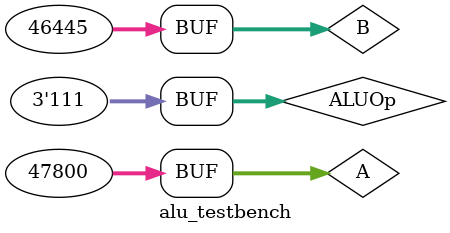
<source format=v>
`define DELAY 20
module alu_testbench();

reg [31:0] A, B, Mult;
reg [2:0] ALUOp;
wire [31:0] Out;

alu_32_bit testAlu (A, B, Mult, ALUOp, Out);

initial begin
A = 32'd5327; B = 32'd1000; ALUOp = 3'b000; //add
#`DELAY;
A = 32'd53; B = 32'd25; ALUOp = 3'b001; //sub
#`DELAY;
//mult
A = 32'b1011010101000111101; B = 32'b1101011011011101001001; ALUOp = 3'b011; //xor
#`DELAY;
A = 32'b10101100110100101101; B = 32'b01011010101101100; ALUOp = 3'b100; //and
#`DELAY
A = 32'b1011010101000111101; B = 32'b1101011011011101001001; ALUOp = 3'b101; //or
#`DELAY;
A = 32'd300; B = 32'd90; ALUOp = 3'b110; //slt
#`DELAY;
A = 32'b1011101010111000; B = 32'b1011010101101101; ALUOp = 3'b111; //nor
end
 
 
initial
begin
$monitor("Results:time=%d,A=%d,B=%d,ALUOp=%d,Out=%d",$time,A,B,ALUOp,Out);
end
 
endmodule
</source>
